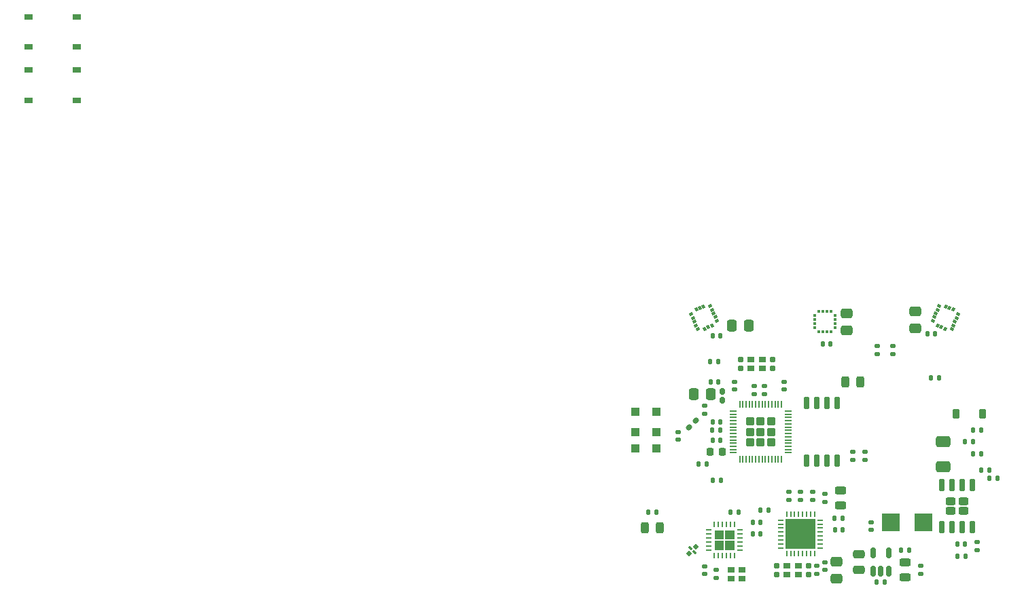
<source format=gbr>
%TF.GenerationSoftware,KiCad,Pcbnew,8.0.4*%
%TF.CreationDate,2024-09-21T01:35:51-04:00*%
%TF.ProjectId,DangerDoughnut,44616e67-6572-4446-9f75-67686e75742e,rev?*%
%TF.SameCoordinates,Original*%
%TF.FileFunction,Paste,Top*%
%TF.FilePolarity,Positive*%
%FSLAX46Y46*%
G04 Gerber Fmt 4.6, Leading zero omitted, Abs format (unit mm)*
G04 Created by KiCad (PCBNEW 8.0.4) date 2024-09-21 01:35:51*
%MOMM*%
%LPD*%
G01*
G04 APERTURE LIST*
G04 Aperture macros list*
%AMRoundRect*
0 Rectangle with rounded corners*
0 $1 Rounding radius*
0 $2 $3 $4 $5 $6 $7 $8 $9 X,Y pos of 4 corners*
0 Add a 4 corners polygon primitive as box body*
4,1,4,$2,$3,$4,$5,$6,$7,$8,$9,$2,$3,0*
0 Add four circle primitives for the rounded corners*
1,1,$1+$1,$2,$3*
1,1,$1+$1,$4,$5*
1,1,$1+$1,$6,$7*
1,1,$1+$1,$8,$9*
0 Add four rect primitives between the rounded corners*
20,1,$1+$1,$2,$3,$4,$5,0*
20,1,$1+$1,$4,$5,$6,$7,0*
20,1,$1+$1,$6,$7,$8,$9,0*
20,1,$1+$1,$8,$9,$2,$3,0*%
%AMRotRect*
0 Rectangle, with rotation*
0 The origin of the aperture is its center*
0 $1 length*
0 $2 width*
0 $3 Rotation angle, in degrees counterclockwise*
0 Add horizontal line*
21,1,$1,$2,0,0,$3*%
G04 Aperture macros list end*
%ADD10C,0.000000*%
%ADD11R,1.000000X0.750000*%
%ADD12RoundRect,0.135000X0.185000X-0.135000X0.185000X0.135000X-0.185000X0.135000X-0.185000X-0.135000X0*%
%ADD13RoundRect,0.135000X-0.135000X-0.185000X0.135000X-0.185000X0.135000X0.185000X-0.135000X0.185000X0*%
%ADD14RoundRect,0.160000X0.044194X0.270468X-0.270468X-0.044194X-0.044194X-0.270468X0.270468X0.044194X0*%
%ADD15RoundRect,0.225000X-0.225000X-0.250000X0.225000X-0.250000X0.225000X0.250000X-0.225000X0.250000X0*%
%ADD16RoundRect,0.140000X-0.140000X-0.170000X0.140000X-0.170000X0.140000X0.170000X-0.140000X0.170000X0*%
%ADD17RoundRect,0.140000X-0.170000X0.140000X-0.170000X-0.140000X0.170000X-0.140000X0.170000X0.140000X0*%
%ADD18RoundRect,0.140000X0.170000X-0.140000X0.170000X0.140000X-0.170000X0.140000X-0.170000X-0.140000X0*%
%ADD19RoundRect,0.155000X-0.155000X0.212500X-0.155000X-0.212500X0.155000X-0.212500X0.155000X0.212500X0*%
%ADD20RoundRect,0.140000X0.140000X0.170000X-0.140000X0.170000X-0.140000X-0.170000X0.140000X-0.170000X0*%
%ADD21RoundRect,0.135000X0.135000X0.185000X-0.135000X0.185000X-0.135000X-0.185000X0.135000X-0.185000X0*%
%ADD22R,0.900000X0.800000*%
%ADD23RoundRect,0.135000X-0.185000X0.135000X-0.185000X-0.135000X0.185000X-0.135000X0.185000X0.135000X0*%
%ADD24RoundRect,0.243750X-0.456250X0.243750X-0.456250X-0.243750X0.456250X-0.243750X0.456250X0.243750X0*%
%ADD25RoundRect,0.243750X0.456250X-0.243750X0.456250X0.243750X-0.456250X0.243750X-0.456250X-0.243750X0*%
%ADD26RoundRect,0.250000X0.337500X0.475000X-0.337500X0.475000X-0.337500X-0.475000X0.337500X-0.475000X0*%
%ADD27R,2.209800X2.260600*%
%ADD28RoundRect,0.243750X0.243750X0.456250X-0.243750X0.456250X-0.243750X-0.456250X0.243750X-0.456250X0*%
%ADD29RotRect,0.550000X0.550000X225.000000*%
%ADD30RotRect,0.300000X0.500000X225.000000*%
%ADD31RotRect,0.355600X0.457200X246.347000*%
%ADD32RotRect,0.355600X0.457200X156.347000*%
%ADD33RoundRect,0.250000X-0.285000X-0.285000X0.285000X-0.285000X0.285000X0.285000X-0.285000X0.285000X0*%
%ADD34RoundRect,0.050000X-0.350000X-0.050000X0.350000X-0.050000X0.350000X0.050000X-0.350000X0.050000X0*%
%ADD35RoundRect,0.050000X-0.050000X-0.350000X0.050000X-0.350000X0.050000X0.350000X-0.050000X0.350000X0*%
%ADD36RoundRect,0.250000X0.475000X-0.250000X0.475000X0.250000X-0.475000X0.250000X-0.475000X-0.250000X0*%
%ADD37RoundRect,0.225000X-0.225000X-0.375000X0.225000X-0.375000X0.225000X0.375000X-0.225000X0.375000X0*%
%ADD38R,0.990600X0.990600*%
%ADD39RotRect,0.355600X0.457200X293.654000*%
%ADD40RotRect,0.355600X0.457200X203.654000*%
%ADD41RoundRect,0.250000X-0.475000X0.337500X-0.475000X-0.337500X0.475000X-0.337500X0.475000X0.337500X0*%
%ADD42RoundRect,0.155000X0.155000X-0.212500X0.155000X0.212500X-0.155000X0.212500X-0.155000X-0.212500X0*%
%ADD43RoundRect,0.150000X-0.150000X0.650000X-0.150000X-0.650000X0.150000X-0.650000X0.150000X0.650000X0*%
%ADD44RoundRect,0.250000X-0.650000X0.412500X-0.650000X-0.412500X0.650000X-0.412500X0.650000X0.412500X0*%
%ADD45R,0.762000X0.254000*%
%ADD46R,0.254000X0.762000*%
%ADD47R,3.759200X3.759200*%
%ADD48RoundRect,0.242500X0.382500X-0.242500X0.382500X0.242500X-0.382500X0.242500X-0.382500X-0.242500X0*%
%ADD49RoundRect,0.150000X0.150000X-0.650000X0.150000X0.650000X-0.150000X0.650000X-0.150000X-0.650000X0*%
%ADD50R,0.304800X0.457200*%
%ADD51R,0.457200X0.304800*%
%ADD52RoundRect,0.150000X0.150000X-0.512500X0.150000X0.512500X-0.150000X0.512500X-0.150000X-0.512500X0*%
%ADD53RoundRect,0.160000X-0.160000X0.222500X-0.160000X-0.222500X0.160000X-0.222500X0.160000X0.222500X0*%
G04 APERTURE END LIST*
D10*
%TO.C,U8*%
G36*
X96900000Y-65400000D02*
G01*
X95220400Y-65400000D01*
X95220400Y-63720400D01*
X96900000Y-63720400D01*
X96900000Y-65400000D01*
G37*
G36*
X96900000Y-67279600D02*
G01*
X95220400Y-67279600D01*
X95220400Y-65600000D01*
X96900000Y-65600000D01*
X96900000Y-67279600D01*
G37*
G36*
X98779600Y-65400000D02*
G01*
X97100000Y-65400000D01*
X97100000Y-63720400D01*
X98779600Y-63720400D01*
X98779600Y-65400000D01*
G37*
G36*
X98779600Y-67279600D02*
G01*
X97100000Y-67279600D01*
X97100000Y-65600000D01*
X98779600Y-65600000D01*
X98779600Y-67279600D01*
G37*
%TO.C,U9*%
G36*
X87400000Y-66150000D02*
G01*
X86279200Y-66150000D01*
X86279200Y-65029200D01*
X87400000Y-65029200D01*
X87400000Y-66150000D01*
G37*
G36*
X87400000Y-67470800D02*
G01*
X86279200Y-67470800D01*
X86279200Y-66350000D01*
X87400000Y-66350000D01*
X87400000Y-67470800D01*
G37*
G36*
X88720800Y-66150000D02*
G01*
X87600000Y-66150000D01*
X87600000Y-65029200D01*
X88720800Y-65029200D01*
X88720800Y-66150000D01*
G37*
G36*
X88720800Y-67470800D02*
G01*
X87600000Y-67470800D01*
X87600000Y-66350000D01*
X88720800Y-66350000D01*
X88720800Y-67470800D01*
G37*
%TD*%
D11*
%TO.C,SW2*%
X6775000Y-11350000D03*
X775000Y-11350000D03*
X6775000Y-7600000D03*
X775000Y-7600000D03*
%TD*%
%TO.C,SW1*%
X6775000Y-4700000D03*
X775000Y-4700000D03*
X6775000Y-950000D03*
X775000Y-950000D03*
%TD*%
D12*
%TO.C,R25*%
X92500000Y-48010000D03*
X92500000Y-46990000D03*
%TD*%
D13*
%TO.C,R11*%
X87010000Y-52500000D03*
X85990000Y-52500000D03*
%TD*%
D14*
%TO.C,L3*%
X83095181Y-52154819D03*
X83904819Y-51345181D03*
%TD*%
D15*
%TO.C,C41*%
X87275000Y-55250000D03*
X85725000Y-55250000D03*
%TD*%
D16*
%TO.C,C36*%
X86980000Y-53750000D03*
X86020000Y-53750000D03*
%TD*%
D17*
%TO.C,C35*%
X81750000Y-53730000D03*
X81750000Y-52770000D03*
%TD*%
D18*
%TO.C,C34*%
X85000000Y-49500000D03*
X85000000Y-50460000D03*
%TD*%
D19*
%TO.C,C5*%
X98000000Y-70567500D03*
X98000000Y-69432500D03*
%TD*%
D20*
%TO.C,C32*%
X86730000Y-46500000D03*
X85770000Y-46500000D03*
%TD*%
D13*
%TO.C,R1*%
X117490000Y-54000000D03*
X118510000Y-54000000D03*
%TD*%
D12*
%TO.C,R19*%
X91250000Y-48010000D03*
X91250000Y-46990000D03*
%TD*%
D21*
%TO.C,R10*%
X114260000Y-46000000D03*
X113240000Y-46000000D03*
%TD*%
D12*
%TO.C,R7*%
X106500000Y-43010000D03*
X106500000Y-41990000D03*
%TD*%
D22*
%TO.C,Y1*%
X92200000Y-43700000D03*
X90800000Y-43700000D03*
X90800000Y-44800000D03*
X92200000Y-44800000D03*
%TD*%
D18*
%TO.C,C33*%
X94916726Y-47442311D03*
X94916726Y-46482311D03*
%TD*%
D23*
%TO.C,R16*%
X100000000Y-61510000D03*
X100000000Y-60490000D03*
%TD*%
D16*
%TO.C,C21*%
X91980000Y-65500000D03*
X91020000Y-65500000D03*
%TD*%
D20*
%TO.C,C14*%
X100730000Y-41750000D03*
X99770000Y-41750000D03*
%TD*%
D13*
%TO.C,R9*%
X85740000Y-44000000D03*
X86760000Y-44000000D03*
%TD*%
D16*
%TO.C,C11*%
X86020000Y-40750000D03*
X86980000Y-40750000D03*
%TD*%
D24*
%TO.C,D5*%
X102000000Y-60062500D03*
X102000000Y-61937500D03*
%TD*%
D25*
%TO.C,D4*%
X110000000Y-70875000D03*
X110000000Y-69000000D03*
%TD*%
D26*
%TO.C,C31*%
X85787500Y-48000000D03*
X83712500Y-48000000D03*
%TD*%
D27*
%TO.C,CR1*%
X108205300Y-64000000D03*
X112294700Y-64000000D03*
%TD*%
D12*
%TO.C,R8*%
X108500000Y-43010000D03*
X108500000Y-41990000D03*
%TD*%
D16*
%TO.C,C3*%
X109520000Y-67500000D03*
X110480000Y-67500000D03*
%TD*%
D22*
%TO.C,Y3*%
X95300000Y-69450000D03*
X96700000Y-69450000D03*
X96700000Y-70550000D03*
X95300000Y-70550000D03*
%TD*%
D16*
%TO.C,C20*%
X91980000Y-64000000D03*
X91020000Y-64000000D03*
%TD*%
D23*
%TO.C,R15*%
X95500000Y-61211100D03*
X95500000Y-60191100D03*
%TD*%
D28*
%TO.C,D6*%
X77562500Y-64750000D03*
X79437500Y-64750000D03*
%TD*%
D13*
%TO.C,R20*%
X79010000Y-62750000D03*
X77990000Y-62750000D03*
%TD*%
%TO.C,R11*%
X93010000Y-62500000D03*
X91990000Y-62500000D03*
%TD*%
D29*
%TO.C,FL1*%
X83924264Y-67075736D03*
D30*
X83252513Y-67252513D03*
D29*
X83075736Y-67924264D03*
D30*
X83747487Y-67747487D03*
%TD*%
D31*
%TO.C,U2*%
X115822918Y-39911713D03*
X116023567Y-39453601D03*
X116224216Y-38995490D03*
X116424865Y-38537379D03*
X116625514Y-38079267D03*
D32*
X116015461Y-37489853D03*
X115557350Y-37289204D03*
X115099239Y-37088555D03*
D31*
X114252362Y-37039847D03*
X114051713Y-37497959D03*
X113851064Y-37956070D03*
X113650415Y-38414181D03*
X113449766Y-38872293D03*
D32*
X114059819Y-39461707D03*
X114517930Y-39662356D03*
X114976041Y-39863005D03*
%TD*%
D13*
%TO.C,R22*%
X87097500Y-58750000D03*
X86077500Y-58750000D03*
%TD*%
D33*
%TO.C,U10*%
X90670000Y-51420000D03*
X90670000Y-52750000D03*
X90670000Y-54080000D03*
X92000000Y-51420000D03*
X92000000Y-52750000D03*
X92000000Y-54080000D03*
X93330000Y-51420000D03*
X93330000Y-52750000D03*
X93330000Y-54080000D03*
D34*
X88550000Y-50150000D03*
X88550001Y-50550000D03*
X88550000Y-50950000D03*
X88550000Y-51350000D03*
X88550000Y-51750000D03*
X88550001Y-52150000D03*
X88550000Y-52550000D03*
X88550000Y-52950000D03*
X88550001Y-53350000D03*
X88550000Y-53750000D03*
X88550000Y-54150000D03*
X88550000Y-54550000D03*
X88550001Y-54950000D03*
X88550000Y-55350000D03*
D35*
X89400000Y-56200000D03*
X89800000Y-56199999D03*
X90200000Y-56200000D03*
X90600000Y-56200000D03*
X91000000Y-56200000D03*
X91400000Y-56199999D03*
X91800000Y-56200000D03*
X92200000Y-56200000D03*
X92600000Y-56199999D03*
X93000000Y-56200000D03*
X93400000Y-56200000D03*
X93800000Y-56200000D03*
X94200000Y-56199999D03*
X94600000Y-56200000D03*
D34*
X95450000Y-55350000D03*
X95449999Y-54950000D03*
X95450000Y-54550000D03*
X95450000Y-54150000D03*
X95450000Y-53750000D03*
X95449999Y-53350000D03*
X95450000Y-52950000D03*
X95450000Y-52550000D03*
X95449999Y-52150000D03*
X95450000Y-51750000D03*
X95450000Y-51350000D03*
X95450000Y-50950000D03*
X95449999Y-50550000D03*
X95450000Y-50150000D03*
D35*
X94600000Y-49300000D03*
X94200000Y-49300001D03*
X93800000Y-49300000D03*
X93400000Y-49300000D03*
X93000000Y-49300000D03*
X92600000Y-49300001D03*
X92200000Y-49300000D03*
X91800000Y-49300000D03*
X91400000Y-49300001D03*
X91000000Y-49300000D03*
X90600000Y-49300000D03*
X90200000Y-49300000D03*
X89800000Y-49300001D03*
X89400000Y-49300000D03*
%TD*%
D36*
%TO.C,D3*%
X104250000Y-69950000D03*
X104250000Y-68050000D03*
%TD*%
D21*
%TO.C,R17*%
X102260000Y-63500000D03*
X101240000Y-63500000D03*
%TD*%
D13*
%TO.C,R3*%
X106490000Y-71500000D03*
X107510000Y-71500000D03*
%TD*%
D23*
%TO.C,R13*%
X98500000Y-61211100D03*
X98500000Y-60191100D03*
%TD*%
D13*
%TO.C,R5*%
X120490000Y-58500000D03*
X121510000Y-58500000D03*
%TD*%
%TO.C,R6*%
X116490000Y-68250000D03*
X117510000Y-68250000D03*
%TD*%
D26*
%TO.C,C12*%
X90537500Y-39500000D03*
X88462500Y-39500000D03*
%TD*%
D20*
%TO.C,C30*%
X86980000Y-51500000D03*
X86020000Y-51500000D03*
%TD*%
D37*
%TO.C,D1*%
X116350000Y-50500000D03*
X119650000Y-50500000D03*
%TD*%
D23*
%TO.C,R12*%
X99000000Y-70510000D03*
X99000000Y-69490000D03*
%TD*%
D38*
%TO.C,ANT2*%
X79058100Y-54801905D03*
X79058100Y-52801904D03*
X79058100Y-50201905D03*
X76441900Y-50201905D03*
X76441900Y-52801904D03*
X76441900Y-54801905D03*
%TD*%
D39*
%TO.C,U3*%
X86550241Y-38872265D03*
X86349582Y-38414157D03*
X86148927Y-37956049D03*
X85948270Y-37497941D03*
X85747614Y-37039834D03*
D40*
X84900737Y-37088558D03*
X84442629Y-37289213D03*
X83984521Y-37489870D03*
D39*
X83374479Y-38079295D03*
X83575138Y-38537403D03*
X83775793Y-38995511D03*
X83976450Y-39453619D03*
X84177106Y-39911726D03*
D40*
X85023983Y-39863002D03*
X85482091Y-39662347D03*
X85940199Y-39461690D03*
%TD*%
D41*
%TO.C,C13*%
X102750000Y-37962500D03*
X102750000Y-40037500D03*
%TD*%
D42*
%TO.C,C19*%
X89500000Y-44817500D03*
X89500000Y-43682500D03*
%TD*%
D43*
%TO.C,U4*%
X101571726Y-49112311D03*
X100301726Y-49112311D03*
X99031726Y-49112311D03*
X97761726Y-49112311D03*
X97761726Y-56312311D03*
X99031726Y-56312311D03*
X100301726Y-56312311D03*
X101571726Y-56312311D03*
%TD*%
D44*
%TO.C,C4*%
X114750000Y-53937500D03*
X114750000Y-57062500D03*
%TD*%
D19*
%TO.C,C18*%
X93500000Y-43682500D03*
X93500000Y-44817500D03*
%TD*%
D18*
%TO.C,C7*%
X119000000Y-67480000D03*
X119000000Y-66520000D03*
%TD*%
D16*
%TO.C,C6*%
X116520000Y-66750000D03*
X117480000Y-66750000D03*
%TD*%
D17*
%TO.C,C23*%
X100000000Y-69020000D03*
X100000000Y-69980000D03*
%TD*%
D42*
%TO.C,C15*%
X94000000Y-69432500D03*
X94000000Y-70567500D03*
%TD*%
D17*
%TO.C,C22*%
X86500000Y-70960000D03*
X86500000Y-70000000D03*
%TD*%
D13*
%TO.C,R2*%
X119510000Y-52500000D03*
X118490000Y-52500000D03*
%TD*%
D18*
%TO.C,C25*%
X103500000Y-56230000D03*
X103500000Y-55270000D03*
%TD*%
D17*
%TO.C,C16*%
X85000000Y-70500000D03*
X85000000Y-69540000D03*
%TD*%
D28*
%TO.C,D2*%
X104437500Y-46500000D03*
X102562500Y-46500000D03*
%TD*%
D45*
%TO.C,U8*%
X99451100Y-67249999D03*
X99451100Y-66750000D03*
X99451100Y-66250001D03*
X99451100Y-65750000D03*
X99451100Y-65250000D03*
X99451100Y-64749999D03*
X99451100Y-64250000D03*
X99451100Y-63750001D03*
D46*
X98749999Y-63048900D03*
X98250000Y-63048900D03*
X97750001Y-63048900D03*
X97250000Y-63048900D03*
X96750000Y-63048900D03*
X96249999Y-63048900D03*
X95750000Y-63048900D03*
X95250001Y-63048900D03*
D45*
X94548900Y-63750001D03*
X94548900Y-64250000D03*
X94548900Y-64749999D03*
X94548900Y-65250000D03*
X94548900Y-65750000D03*
X94548900Y-66250001D03*
X94548900Y-66750000D03*
X94548900Y-67249999D03*
D46*
X95250001Y-67951100D03*
X95750000Y-67951100D03*
X96249999Y-67951100D03*
X96750000Y-67951100D03*
X97250000Y-67951100D03*
X97750001Y-67951100D03*
X98250000Y-67951100D03*
X98749999Y-67951100D03*
D47*
X97000000Y-65500000D03*
%TD*%
D20*
%TO.C,C9*%
X113730000Y-40500000D03*
X112770000Y-40500000D03*
%TD*%
D22*
%TO.C,Y2*%
X88300000Y-69950000D03*
X89700000Y-69950000D03*
X89700000Y-71050000D03*
X88300000Y-71050000D03*
%TD*%
D16*
%TO.C,C26*%
X101270000Y-65000000D03*
X102230000Y-65000000D03*
%TD*%
D18*
%TO.C,C2*%
X105750000Y-64980000D03*
X105750000Y-64020000D03*
%TD*%
D23*
%TO.C,R18*%
X112000000Y-69490000D03*
X112000000Y-70510000D03*
%TD*%
%TO.C,R14*%
X97000000Y-61211100D03*
X97000000Y-60191100D03*
%TD*%
D16*
%TO.C,C1*%
X119480000Y-55500000D03*
X118520000Y-55500000D03*
%TD*%
D41*
%TO.C,C10*%
X111250000Y-37712500D03*
X111250000Y-39787500D03*
%TD*%
D48*
%TO.C,U6*%
X115725000Y-62600000D03*
X117275000Y-62600000D03*
X115725000Y-61400000D03*
X117275000Y-61400000D03*
D49*
X114595000Y-64650000D03*
X115865000Y-64650000D03*
X117135000Y-64650000D03*
X118405000Y-64650000D03*
X118405000Y-59350000D03*
X117135000Y-59350000D03*
X115865000Y-59350000D03*
X114595000Y-59350000D03*
%TD*%
D50*
%TO.C,U1*%
X99249999Y-40274999D03*
X99750000Y-40274999D03*
X100250000Y-40274999D03*
X100750001Y-40274999D03*
D51*
X101274999Y-39750001D03*
X101274999Y-39250000D03*
X101274999Y-38750000D03*
X101274999Y-38249999D03*
D50*
X100750001Y-37725001D03*
X100250000Y-37725001D03*
X99750000Y-37725001D03*
X99249999Y-37725001D03*
D51*
X98725001Y-38249999D03*
X98725001Y-38750000D03*
X98725001Y-39250000D03*
X98725001Y-39750001D03*
%TD*%
D46*
%TO.C,U9*%
X86250000Y-68218500D03*
X86749999Y-68218500D03*
X87250000Y-68218500D03*
X87750000Y-68218500D03*
X88250001Y-68218500D03*
X88750000Y-68218500D03*
D45*
X89468500Y-67500000D03*
X89468500Y-67000001D03*
X89468500Y-66500000D03*
X89468500Y-66000000D03*
X89468500Y-65499999D03*
X89468500Y-65000000D03*
D46*
X88750000Y-64281500D03*
X88250001Y-64281500D03*
X87750000Y-64281500D03*
X87250000Y-64281500D03*
X86749999Y-64281500D03*
X86250000Y-64281500D03*
D45*
X85531500Y-65000000D03*
X85531500Y-65499999D03*
X85531500Y-66000000D03*
X85531500Y-66500000D03*
X85531500Y-67000001D03*
X85531500Y-67500000D03*
%TD*%
D18*
%TO.C,C27*%
X105000000Y-56230000D03*
X105000000Y-55270000D03*
%TD*%
D52*
%TO.C,U7*%
X106050000Y-70137500D03*
X107000000Y-70137500D03*
X107950000Y-70137500D03*
X107950000Y-67862500D03*
X106050000Y-67862500D03*
%TD*%
D20*
%TO.C,C17*%
X88270000Y-62750000D03*
X89230000Y-62750000D03*
%TD*%
D41*
%TO.C,C24*%
X101500000Y-68962500D03*
X101500000Y-71037500D03*
%TD*%
D53*
%TO.C,L2*%
X87250000Y-47677500D03*
X87250000Y-48822500D03*
%TD*%
D18*
%TO.C,C28*%
X88750000Y-47480000D03*
X88750000Y-46520000D03*
%TD*%
D13*
%TO.C,R21*%
X84240000Y-56750000D03*
X85260000Y-56750000D03*
%TD*%
D21*
%TO.C,R4*%
X120510000Y-57500000D03*
X119490000Y-57500000D03*
%TD*%
M02*

</source>
